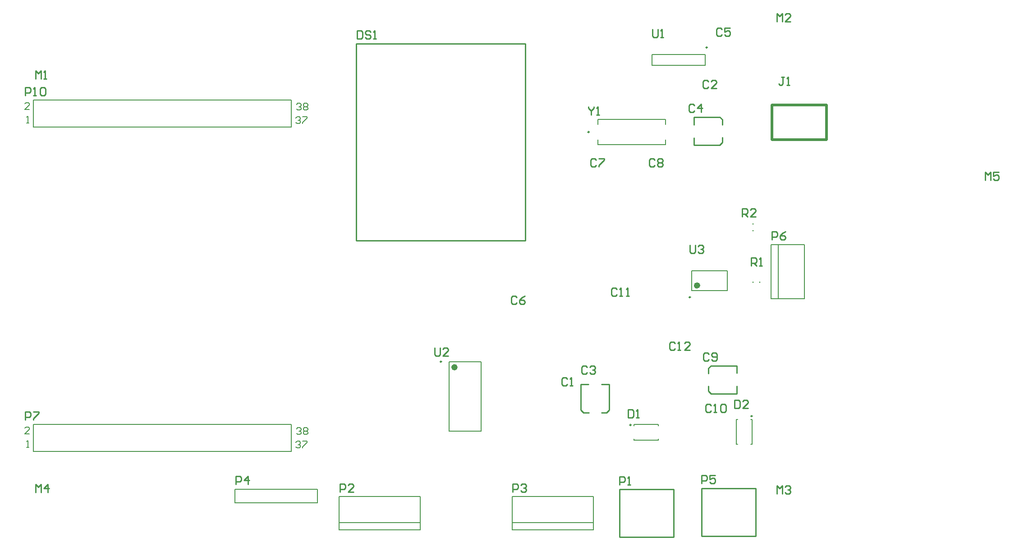
<source format=gto>
G04*
G04 #@! TF.GenerationSoftware,Altium Limited,Altium Designer,24.8.2 (39)*
G04*
G04 Layer_Color=65535*
%FSLAX25Y25*%
%MOIN*%
G70*
G04*
G04 #@! TF.SameCoordinates,D5B995EF-E859-4182-B092-416B0F4975BE*
G04*
G04*
G04 #@! TF.FilePolarity,Positive*
G04*
G01*
G75*
%ADD10C,0.00984*%
%ADD11C,0.02362*%
%ADD12C,0.01968*%
%ADD13C,0.00787*%
%ADD14C,0.01000*%
%ADD15C,0.00800*%
D10*
X551404Y101120D02*
G03*
X551404Y101120I-492J0D01*
G01*
X505725Y189100D02*
G03*
X505725Y189100I-492J0D01*
G01*
X461772Y94612D02*
G03*
X461772Y94612I-492J0D01*
G01*
X518139Y373852D02*
G03*
X518139Y373852I-492J0D01*
G01*
X430802Y311300D02*
G03*
X430802Y311300I-492J0D01*
G01*
X321679Y141446D02*
G03*
X321679Y141446I-492J0D01*
G01*
D11*
X511729Y197761D02*
G03*
X511729Y197761I-1181J0D01*
G01*
X332407Y137253D02*
G03*
X332407Y137253I-1181J0D01*
G01*
D12*
X606327Y305666D02*
Y331257D01*
X565972Y305666D02*
X606327D01*
X565972D02*
Y331257D01*
X606327D01*
D13*
X373800Y22200D02*
X433800D01*
X373800Y41700D02*
X433800D01*
Y17000D02*
Y41700D01*
X373800Y17000D02*
X433800D01*
X373800D02*
Y41700D01*
X210600Y75000D02*
Y95000D01*
X20000Y75000D02*
Y95000D01*
X210600D01*
X20000Y75000D02*
X210600D01*
Y315000D02*
Y335000D01*
X20000Y315000D02*
Y335000D01*
X210600D01*
X20000Y315000D02*
X210600D01*
X539495Y80450D02*
X540479D01*
X539495Y98561D02*
X540479D01*
X550321Y80450D02*
X551305D01*
X550321Y98561D02*
X551305D01*
X539495Y80450D02*
Y98561D01*
X551305Y80450D02*
Y98561D01*
X506611Y193824D02*
X532989D01*
X506611Y208785D02*
X532989D01*
X506611Y193824D02*
Y208785D01*
X532989Y193824D02*
Y208785D01*
X565400Y228105D02*
X590100D01*
Y188105D02*
Y228105D01*
X565400Y188105D02*
Y228105D01*
Y188105D02*
X590100D01*
X570700D02*
Y228005D01*
X551535Y243161D02*
X552323D01*
X551535Y238239D02*
X552323D01*
X552039Y199906D02*
Y200694D01*
X556961Y199906D02*
Y200694D01*
X481950Y83195D02*
Y84179D01*
X463839Y83195D02*
Y84179D01*
X481950Y94021D02*
Y95006D01*
X463839Y94021D02*
Y95006D01*
Y83195D02*
X481950D01*
X463839Y95006D02*
X481950D01*
X477115Y368537D02*
X516485D01*
X477115Y360663D02*
X516485D01*
Y368537D01*
X477115Y360663D02*
Y368537D01*
X437199Y317009D02*
Y320552D01*
Y302048D02*
Y305591D01*
X487199Y302048D02*
Y305591D01*
Y317009D02*
Y320552D01*
X437199Y302048D02*
X487199D01*
X437199Y320552D02*
X487199D01*
X246100Y17000D02*
Y41700D01*
Y17000D02*
X306100D01*
Y41700D01*
X246100D02*
X306100D01*
X246100Y22200D02*
X306100D01*
X327289Y90009D02*
X350911D01*
X327289Y141191D02*
X350911D01*
Y90009D02*
Y141191D01*
X327289Y90009D02*
Y141191D01*
X169100Y37100D02*
Y47100D01*
Y37100D02*
X222500D01*
X230000D01*
Y47100D01*
X169100D02*
X230000D01*
D14*
X513900Y12300D02*
Y47700D01*
X553900D01*
Y12300D02*
Y47700D01*
X513900Y12300D02*
X553900D01*
X518967Y119463D02*
X520863Y117567D01*
X518967Y136537D02*
X520863Y138433D01*
X539833Y133000D02*
Y138433D01*
X520863D02*
X539833D01*
X520863Y117567D02*
X539833D01*
Y123335D01*
X518967Y119463D02*
Y123265D01*
Y132665D02*
Y136537D01*
X527337Y322433D02*
X529233Y320537D01*
X527337Y301567D02*
X529233Y303463D01*
X508367Y301567D02*
Y307000D01*
Y301567D02*
X527337D01*
X508367Y322433D02*
X527337D01*
X508367Y316665D02*
Y322433D01*
X529233Y316735D02*
Y320537D01*
Y303463D02*
Y307335D01*
X453300Y11500D02*
Y46900D01*
X493300D01*
Y11500D02*
Y46900D01*
X453300Y11500D02*
X493300D01*
X443737Y103767D02*
X445633Y105663D01*
X424767D02*
X426663Y103767D01*
X424767Y124633D02*
X430200D01*
X424767Y105663D02*
Y124633D01*
X445633Y105663D02*
Y124633D01*
X439865D02*
X445633D01*
X439935Y103767D02*
X443737D01*
X426663D02*
X430535D01*
X383482Y231084D02*
Y376684D01*
X258682D02*
X383482D01*
X258682Y231084D02*
Y376684D01*
Y231084D02*
X383482D01*
X494132Y154857D02*
X493132Y155856D01*
X491133D01*
X490133Y154857D01*
Y150858D01*
X491133Y149858D01*
X493132D01*
X494132Y150858D01*
X496131Y149858D02*
X498131D01*
X497131D01*
Y155856D01*
X496131Y154857D01*
X505128Y149858D02*
X501130D01*
X505128Y153857D01*
Y154857D01*
X504129Y155856D01*
X502129D01*
X501130Y154857D01*
X430300Y329998D02*
Y328998D01*
X432299Y326999D01*
X434299Y328998D01*
Y329998D01*
X432299Y326999D02*
Y324000D01*
X436298D02*
X438297D01*
X437298D01*
Y329998D01*
X436298Y328998D01*
X505200Y227698D02*
Y222700D01*
X506200Y221700D01*
X508199D01*
X509199Y222700D01*
Y227698D01*
X511198Y226698D02*
X512198Y227698D01*
X514197D01*
X515197Y226698D01*
Y225699D01*
X514197Y224699D01*
X513197D01*
X514197D01*
X515197Y223699D01*
Y222700D01*
X514197Y221700D01*
X512198D01*
X511198Y222700D01*
X316500Y151498D02*
Y146500D01*
X317500Y145500D01*
X319499D01*
X320499Y146500D01*
Y151498D01*
X326497Y145500D02*
X322498D01*
X326497Y149499D01*
Y150498D01*
X325497Y151498D01*
X323498D01*
X322498Y150498D01*
X477500Y387198D02*
Y382200D01*
X478500Y381200D01*
X480499D01*
X481499Y382200D01*
Y387198D01*
X483498Y381200D02*
X485497D01*
X484498D01*
Y387198D01*
X483498Y386198D01*
X544000Y248700D02*
Y254698D01*
X546999D01*
X547999Y253698D01*
Y251699D01*
X546999Y250699D01*
X544000D01*
X545999D02*
X547999Y248700D01*
X553997D02*
X549998D01*
X553997Y252699D01*
Y253698D01*
X552997Y254698D01*
X550998D01*
X549998Y253698D01*
X550500Y212300D02*
Y218298D01*
X553499D01*
X554499Y217298D01*
Y215299D01*
X553499Y214299D01*
X550500D01*
X552499D02*
X554499Y212300D01*
X556498D02*
X558497D01*
X557498D01*
Y218298D01*
X556498Y217298D01*
X13900Y338400D02*
Y344398D01*
X16899D01*
X17899Y343398D01*
Y341399D01*
X16899Y340399D01*
X13900D01*
X19898Y338400D02*
X21897D01*
X20898D01*
Y344398D01*
X19898Y343398D01*
X24896D02*
X25896Y344398D01*
X27896D01*
X28895Y343398D01*
Y339400D01*
X27896Y338400D01*
X25896D01*
X24896Y339400D01*
Y343398D01*
X13900Y98400D02*
Y104398D01*
X16899D01*
X17899Y103398D01*
Y101399D01*
X16899Y100399D01*
X13900D01*
X19898Y104398D02*
X23897D01*
Y103398D01*
X19898Y99400D01*
Y98400D01*
X566000Y231500D02*
Y237498D01*
X568999D01*
X569999Y236498D01*
Y234499D01*
X568999Y233499D01*
X566000D01*
X575997Y237498D02*
X573997Y236498D01*
X571998Y234499D01*
Y232500D01*
X572998Y231500D01*
X574997D01*
X575997Y232500D01*
Y233499D01*
X574997Y234499D01*
X571998D01*
X514000Y51200D02*
Y57198D01*
X516999D01*
X517999Y56198D01*
Y54199D01*
X516999Y53199D01*
X514000D01*
X523997Y57198D02*
X519998D01*
Y54199D01*
X521997Y55199D01*
X522997D01*
X523997Y54199D01*
Y52200D01*
X522997Y51200D01*
X520998D01*
X519998Y52200D01*
X169700Y50500D02*
Y56498D01*
X172699D01*
X173699Y55498D01*
Y53499D01*
X172699Y52499D01*
X169700D01*
X178697Y50500D02*
Y56498D01*
X175698Y53499D01*
X179697D01*
X374400Y45100D02*
Y51098D01*
X377399D01*
X378399Y50098D01*
Y48099D01*
X377399Y47099D01*
X374400D01*
X380398Y50098D02*
X381398Y51098D01*
X383397D01*
X384397Y50098D01*
Y49099D01*
X383397Y48099D01*
X382397D01*
X383397D01*
X384397Y47099D01*
Y46100D01*
X383397Y45100D01*
X381398D01*
X380398Y46100D01*
X246700Y45100D02*
Y51098D01*
X249699D01*
X250699Y50098D01*
Y48099D01*
X249699Y47099D01*
X246700D01*
X256697Y45100D02*
X252698D01*
X256697Y49099D01*
Y50098D01*
X255697Y51098D01*
X253698D01*
X252698Y50098D01*
X453400Y50400D02*
Y56398D01*
X456399D01*
X457399Y55398D01*
Y53399D01*
X456399Y52399D01*
X453400D01*
X459398Y50400D02*
X461397D01*
X460398D01*
Y56398D01*
X459398Y55398D01*
X575000Y351999D02*
X573001D01*
X574000D01*
Y347001D01*
X573001Y346001D01*
X572001D01*
X571001Y347001D01*
X576999Y346001D02*
X578999D01*
X577999D01*
Y351999D01*
X576999Y350999D01*
X259200Y386398D02*
Y380400D01*
X262199D01*
X263199Y381400D01*
Y385398D01*
X262199Y386398D01*
X259200D01*
X269197Y385398D02*
X268197Y386398D01*
X266198D01*
X265198Y385398D01*
Y384399D01*
X266198Y383399D01*
X268197D01*
X269197Y382399D01*
Y381400D01*
X268197Y380400D01*
X266198D01*
X265198Y381400D01*
X271196Y380400D02*
X273196D01*
X272196D01*
Y386398D01*
X271196Y385398D01*
X538400Y112798D02*
Y106800D01*
X541399D01*
X542399Y107800D01*
Y111798D01*
X541399Y112798D01*
X538400D01*
X548397Y106800D02*
X544398D01*
X548397Y110799D01*
Y111798D01*
X547397Y112798D01*
X545398D01*
X544398Y111798D01*
X459600Y106098D02*
Y100100D01*
X462599D01*
X463599Y101100D01*
Y105098D01*
X462599Y106098D01*
X459600D01*
X465598Y100100D02*
X467597D01*
X466598D01*
Y106098D01*
X465598Y105098D01*
X451299Y194798D02*
X450299Y195798D01*
X448300D01*
X447300Y194798D01*
Y190800D01*
X448300Y189800D01*
X450299D01*
X451299Y190800D01*
X453298Y189800D02*
X455297D01*
X454298D01*
Y195798D01*
X453298Y194798D01*
X458296Y189800D02*
X460296D01*
X459296D01*
Y195798D01*
X458296Y194798D01*
X520799Y108998D02*
X519799Y109998D01*
X517800D01*
X516800Y108998D01*
Y105000D01*
X517800Y104000D01*
X519799D01*
X520799Y105000D01*
X522798Y104000D02*
X524797D01*
X523798D01*
Y109998D01*
X522798Y108998D01*
X527796D02*
X528796Y109998D01*
X530795D01*
X531795Y108998D01*
Y105000D01*
X530795Y104000D01*
X528796D01*
X527796Y105000D01*
Y108998D01*
X519299Y146898D02*
X518299Y147898D01*
X516300D01*
X515300Y146898D01*
Y142900D01*
X516300Y141900D01*
X518299D01*
X519299Y142900D01*
X521298D02*
X522298Y141900D01*
X524297D01*
X525297Y142900D01*
Y146898D01*
X524297Y147898D01*
X522298D01*
X521298Y146898D01*
Y145899D01*
X522298Y144899D01*
X525297D01*
X479199Y290498D02*
X478199Y291498D01*
X476200D01*
X475200Y290498D01*
Y286500D01*
X476200Y285500D01*
X478199D01*
X479199Y286500D01*
X481198Y290498D02*
X482198Y291498D01*
X484197D01*
X485197Y290498D01*
Y289499D01*
X484197Y288499D01*
X485197Y287499D01*
Y286500D01*
X484197Y285500D01*
X482198D01*
X481198Y286500D01*
Y287499D01*
X482198Y288499D01*
X481198Y289499D01*
Y290498D01*
X482198Y288499D02*
X484197D01*
X435799Y290498D02*
X434799Y291498D01*
X432800D01*
X431800Y290498D01*
Y286500D01*
X432800Y285500D01*
X434799D01*
X435799Y286500D01*
X437798Y291498D02*
X441797D01*
Y290498D01*
X437798Y286500D01*
Y285500D01*
X377299Y189098D02*
X376299Y190098D01*
X374300D01*
X373300Y189098D01*
Y185100D01*
X374300Y184100D01*
X376299D01*
X377299Y185100D01*
X383297Y190098D02*
X381297Y189098D01*
X379298Y187099D01*
Y185100D01*
X380298Y184100D01*
X382297D01*
X383297Y185100D01*
Y186099D01*
X382297Y187099D01*
X379298D01*
X528999Y387298D02*
X527999Y388298D01*
X526000D01*
X525000Y387298D01*
Y383300D01*
X526000Y382300D01*
X527999D01*
X528999Y383300D01*
X534997Y388298D02*
X530998D01*
Y385299D01*
X532997Y386299D01*
X533997D01*
X534997Y385299D01*
Y383300D01*
X533997Y382300D01*
X531998D01*
X530998Y383300D01*
X508699Y330898D02*
X507699Y331898D01*
X505700D01*
X504700Y330898D01*
Y326900D01*
X505700Y325900D01*
X507699D01*
X508699Y326900D01*
X513697Y325900D02*
Y331898D01*
X510698Y328899D01*
X514697D01*
X429299Y137298D02*
X428299Y138298D01*
X426300D01*
X425300Y137298D01*
Y133300D01*
X426300Y132300D01*
X428299D01*
X429299Y133300D01*
X431298Y137298D02*
X432298Y138298D01*
X434297D01*
X435297Y137298D01*
Y136299D01*
X434297Y135299D01*
X433297D01*
X434297D01*
X435297Y134299D01*
Y133300D01*
X434297Y132300D01*
X432298D01*
X431298Y133300D01*
X518799Y348498D02*
X517799Y349498D01*
X515800D01*
X514800Y348498D01*
Y344500D01*
X515800Y343500D01*
X517799D01*
X518799Y344500D01*
X524797Y343500D02*
X520798D01*
X524797Y347499D01*
Y348498D01*
X523797Y349498D01*
X521798D01*
X520798Y348498D01*
X414699Y128698D02*
X413699Y129698D01*
X411700D01*
X410700Y128698D01*
Y124700D01*
X411700Y123700D01*
X413699D01*
X414699Y124700D01*
X416698Y123700D02*
X418697D01*
X417698D01*
Y129698D01*
X416698Y128698D01*
X723700Y275500D02*
Y281498D01*
X725699Y279499D01*
X727699Y281498D01*
Y275500D01*
X733697Y281498D02*
X729698D01*
Y278499D01*
X731697Y279499D01*
X732697D01*
X733697Y278499D01*
Y276500D01*
X732697Y275500D01*
X730698D01*
X729698Y276500D01*
X21500Y350500D02*
Y356498D01*
X23499Y354499D01*
X25499Y356498D01*
Y350500D01*
X27498D02*
X29497D01*
X28498D01*
Y356498D01*
X27498Y355498D01*
X569700Y392800D02*
Y398798D01*
X571699Y396799D01*
X573699Y398798D01*
Y392800D01*
X579697D02*
X575698D01*
X579697Y396799D01*
Y397798D01*
X578697Y398798D01*
X576698D01*
X575698Y397798D01*
X569500Y43500D02*
Y49498D01*
X571499Y47499D01*
X573499Y49498D01*
Y43500D01*
X575498Y48498D02*
X576498Y49498D01*
X578497D01*
X579497Y48498D01*
Y47499D01*
X578497Y46499D01*
X577497D01*
X578497D01*
X579497Y45499D01*
Y44500D01*
X578497Y43500D01*
X576498D01*
X575498Y44500D01*
X21500Y44500D02*
Y50498D01*
X23499Y48499D01*
X25499Y50498D01*
Y44500D01*
X30497D02*
Y50498D01*
X27498Y47499D01*
X31497D01*
D15*
X17032Y88100D02*
X13700D01*
X17032Y91432D01*
Y92265D01*
X16199Y93098D01*
X14533D01*
X13700Y92265D01*
X15000Y78000D02*
X16666D01*
X15833D01*
Y82998D01*
X15000Y82165D01*
X214100Y81765D02*
X214933Y82598D01*
X216599D01*
X217432Y81765D01*
Y80932D01*
X216599Y80099D01*
X215766D01*
X216599D01*
X217432Y79266D01*
Y78433D01*
X216599Y77600D01*
X214933D01*
X214100Y78433D01*
X219098Y82598D02*
X222431D01*
Y81765D01*
X219098Y78433D01*
Y77600D01*
X214500Y91665D02*
X215333Y92498D01*
X216999D01*
X217832Y91665D01*
Y90832D01*
X216999Y89999D01*
X216166D01*
X216999D01*
X217832Y89166D01*
Y88333D01*
X216999Y87500D01*
X215333D01*
X214500Y88333D01*
X219498Y91665D02*
X220331Y92498D01*
X221998D01*
X222831Y91665D01*
Y90832D01*
X221998Y89999D01*
X222831Y89166D01*
Y88333D01*
X221998Y87500D01*
X220331D01*
X219498Y88333D01*
Y89166D01*
X220331Y89999D01*
X219498Y90832D01*
Y91665D01*
X220331Y89999D02*
X221998D01*
X17032Y328100D02*
X13700D01*
X17032Y331432D01*
Y332265D01*
X16199Y333098D01*
X14533D01*
X13700Y332265D01*
X15000Y318000D02*
X16666D01*
X15833D01*
Y322998D01*
X15000Y322165D01*
X214100Y321765D02*
X214933Y322598D01*
X216599D01*
X217432Y321765D01*
Y320932D01*
X216599Y320099D01*
X215766D01*
X216599D01*
X217432Y319266D01*
Y318433D01*
X216599Y317600D01*
X214933D01*
X214100Y318433D01*
X219098Y322598D02*
X222431D01*
Y321765D01*
X219098Y318433D01*
Y317600D01*
X214500Y331665D02*
X215333Y332498D01*
X216999D01*
X217832Y331665D01*
Y330832D01*
X216999Y329999D01*
X216166D01*
X216999D01*
X217832Y329166D01*
Y328333D01*
X216999Y327500D01*
X215333D01*
X214500Y328333D01*
X219498Y331665D02*
X220331Y332498D01*
X221998D01*
X222831Y331665D01*
Y330832D01*
X221998Y329999D01*
X222831Y329166D01*
Y328333D01*
X221998Y327500D01*
X220331D01*
X219498Y328333D01*
Y329166D01*
X220331Y329999D01*
X219498Y330832D01*
Y331665D01*
X220331Y329999D02*
X221998D01*
M02*

</source>
